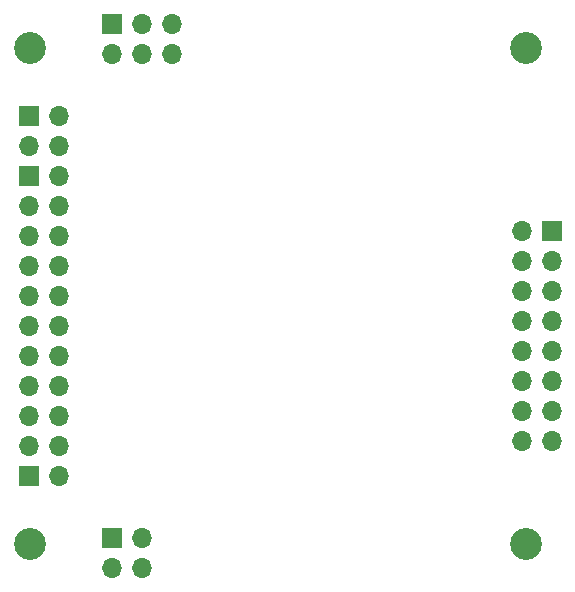
<source format=gbr>
%TF.GenerationSoftware,KiCad,Pcbnew,(6.0.0)*%
%TF.CreationDate,2022-01-16T13:19:40+00:00*%
%TF.ProjectId,OpenBCI_ESP32_INPUT,4f70656e-4243-4495-9f45-535033325f49,rev?*%
%TF.SameCoordinates,Original*%
%TF.FileFunction,Soldermask,Bot*%
%TF.FilePolarity,Negative*%
%FSLAX46Y46*%
G04 Gerber Fmt 4.6, Leading zero omitted, Abs format (unit mm)*
G04 Created by KiCad (PCBNEW (6.0.0)) date 2022-01-16 13:19:40*
%MOMM*%
%LPD*%
G01*
G04 APERTURE LIST*
%ADD10R,1.700000X1.700000*%
%ADD11O,1.700000X1.700000*%
%ADD12C,2.700000*%
G04 APERTURE END LIST*
D10*
%TO.C,J1*%
X103970000Y-59750000D03*
D11*
X106510000Y-59750000D03*
X103970000Y-62290000D03*
X106510000Y-62290000D03*
D10*
X103970000Y-64830000D03*
D11*
X106510000Y-64830000D03*
X103970000Y-67370000D03*
X106510000Y-67370000D03*
X103970000Y-69910000D03*
X106510000Y-69910000D03*
X103970000Y-72450000D03*
X106510000Y-72450000D03*
X103970000Y-74990000D03*
X106510000Y-74990000D03*
X103970000Y-77530000D03*
X106510000Y-77530000D03*
X103970000Y-80070000D03*
X106510000Y-80070000D03*
X103970000Y-82610000D03*
X106510000Y-82610000D03*
X103970000Y-85150000D03*
X106510000Y-85150000D03*
X103970000Y-87690000D03*
X106510000Y-87690000D03*
D10*
X103970000Y-90230000D03*
D11*
X106510000Y-90230000D03*
%TD*%
D10*
%TO.C,J2*%
X148200000Y-69500000D03*
D11*
X145660000Y-69500000D03*
X148200000Y-72040000D03*
X145660000Y-72040000D03*
X148200000Y-74580000D03*
X145660000Y-74580000D03*
X148200000Y-77120000D03*
X145660000Y-77120000D03*
X148200000Y-79660000D03*
X145660000Y-79660000D03*
X148200000Y-82200000D03*
X145660000Y-82200000D03*
X148200000Y-84740000D03*
X145660000Y-84740000D03*
X148200000Y-87280000D03*
X145660000Y-87280000D03*
%TD*%
D10*
%TO.C,J3*%
X111000000Y-52000000D03*
D11*
X111000000Y-54540000D03*
X113540000Y-52000000D03*
X113540000Y-54540000D03*
X116080000Y-52000000D03*
X116080000Y-54540000D03*
%TD*%
D10*
%TO.C,J4*%
X111000000Y-95500000D03*
D11*
X111000000Y-98040000D03*
X113540000Y-95500000D03*
X113540000Y-98040000D03*
%TD*%
D12*
%TO.C,H1*%
X104000000Y-54000000D03*
%TD*%
%TO.C,H2*%
X104000000Y-96000000D03*
%TD*%
%TO.C,H3*%
X146000000Y-54000000D03*
%TD*%
%TO.C,H4*%
X146000000Y-96000000D03*
%TD*%
M02*

</source>
